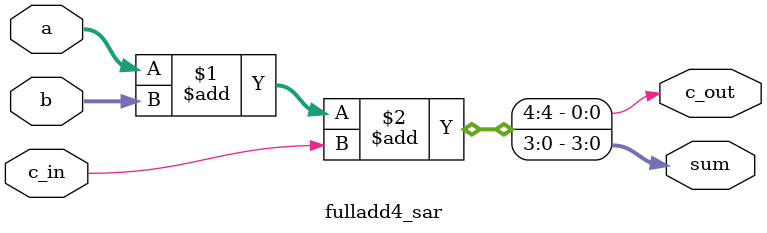
<source format=v>
module fulladd4_sar(sum, c_out, a, b, c_in);
output [3:0] sum;
output c_out;
input[3:0] a, b;
input c_in;
//wire c1, c2, c3;
//fulladd_sar fa0(sum[0], c1, a[0], b[0], c_in);
//fulladd_sar fa1(sum[1], c2, a[1], b[1], c1);
//fulladd_sar fa2(sum[2], c3, a[2], b[2], c2);
//fulladd_sar fa3(sum[3], c_out, a[3], b[3], c3);

//data flow modeling (This is the first that I use English in the Vivado due to this application only allow English)
assign  {c_out, sum[3:0]} = a[3:0] + b[3:0] + c_in;
endmodule


</source>
